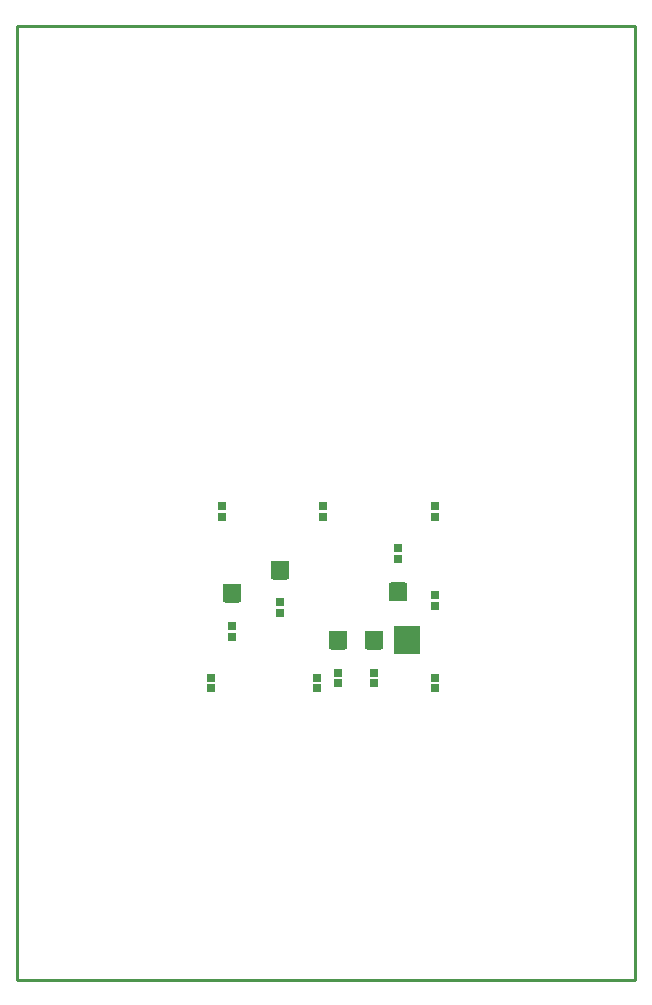
<source format=gbp>
G04 Layer_Color=128*
%FSLAX25Y25*%
%MOIN*%
G70*
G01*
G75*
%ADD19R,0.02520X0.02520*%
%ADD21R,0.05000X0.02500*%
%ADD30C,0.01000*%
%ADD61R,0.06299X0.06299*%
%ADD62R,0.08661X0.09606*%
D19*
X365531Y223847D02*
D03*
Y220224D02*
D03*
X349532Y215846D02*
D03*
Y212224D02*
D03*
X397031Y200346D02*
D03*
Y196724D02*
D03*
X385032Y200346D02*
D03*
Y196724D02*
D03*
X405031Y238224D02*
D03*
Y241846D02*
D03*
X346457Y252126D02*
D03*
Y255748D02*
D03*
X417323Y222598D02*
D03*
Y226220D02*
D03*
X377953Y198661D02*
D03*
Y195039D02*
D03*
X379921Y252126D02*
D03*
Y255748D02*
D03*
X417323Y252126D02*
D03*
Y255748D02*
D03*
Y195039D02*
D03*
Y198661D02*
D03*
X342520Y198661D02*
D03*
Y195039D02*
D03*
D21*
X385032Y209280D02*
D03*
Y212523D02*
D03*
X349532Y224780D02*
D03*
Y228023D02*
D03*
X397031Y209280D02*
D03*
Y212523D02*
D03*
X365531Y232535D02*
D03*
Y235779D02*
D03*
X405031Y229279D02*
D03*
Y226035D02*
D03*
X408032Y209535D02*
D03*
Y212779D02*
D03*
D30*
X278000Y98000D02*
X484000D01*
Y416000D01*
X278000D02*
X484000D01*
X278000Y98000D02*
Y416000D01*
D61*
X385032Y211295D02*
D03*
X349532Y226795D02*
D03*
X397031Y211295D02*
D03*
X365531Y234551D02*
D03*
X405032Y227263D02*
D03*
D62*
X408032Y211157D02*
D03*
M02*

</source>
